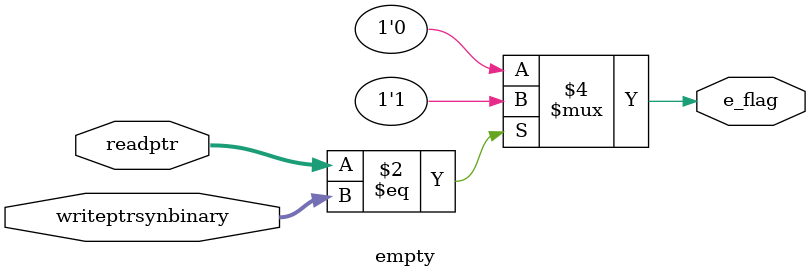
<source format=v>
module empty#(parameter WIDTH = 32,
parameter ADDRBITS= 4)
(   
    input [ADDRBITS:0] readptr,
    input [ADDRBITS:0] writeptrsynbinary,
    output reg e_flag

);

always@(*)
    begin
        if(readptr == writeptrsynbinary) 
            e_flag =1;
        else
            e_flag =0;
    
    end


endmodule
</source>
